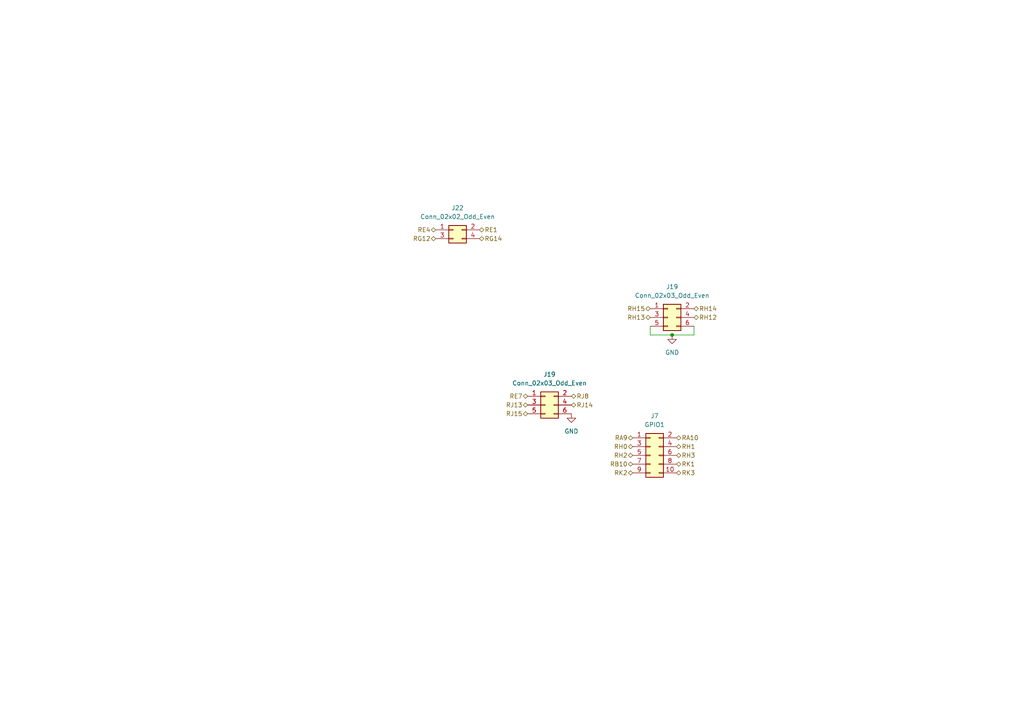
<source format=kicad_sch>
(kicad_sch (version 20230121) (generator eeschema)
  (paper "A4")
  (title_block (title "MCU Controller") (rev "0.2") (company "satomm@stanford.edu") (comment 1 "Department of Civil and Environmental Engineering") (comment 2 "Engineering Informatics Group") (comment 3 "Stanford University") (comment 4 "Matthew Sato"))
  (lib_symbols
    (symbol "Connector_Generic:Conn_02x02_Odd_Even" (pin_names (offset 1.016) hide)
      (property "Reference" "J" (at 1.27 2.54 0))
      (property "Value" "Conn_02x02_Odd_Even" (at 1.27 -5.08 0))
      (symbol "Conn_02x02_Odd_Even_1_1"
        (rectangle (start -1.27 -2.413) (end 0 -2.667) (stroke (width 0.1524)))
        (rectangle (start -1.27 0.127) (end 0 -0.127) (stroke (width 0.1524)))
        (rectangle (start -1.27 1.27) (end 3.81 -3.81) (stroke (width 0.254)) (fill (type background)))
        (rectangle (start 3.81 -2.413) (end 2.54 -2.667) (stroke (width 0.1524)))
        (rectangle (start 3.81 0.127) (end 2.54 -0.127) (stroke (width 0.1524)))
        (pin passive line (at -5.08 0 0) (length 3.81) (name "Pin_1") (number "1"))
        (pin passive line (at 7.62 0 180) (length 3.81) (name "Pin_2") (number "2"))
        (pin passive line (at -5.08 -2.54 0) (length 3.81) (name "Pin_3") (number "3"))
        (pin passive line (at 7.62 -2.54 180) (length 3.81) (name "Pin_4") (number "4"))
      )
    )
    (symbol "Connector_Generic:Conn_02x03_Odd_Even" (pin_names (offset 1.016) hide)
      (property "Reference" "J" (at 1.27 5.08 0))
      (property "Value" "Conn_02x03_Odd_Even" (at 1.27 -5.08 0))
      (symbol "Conn_02x03_Odd_Even_1_1"
        (rectangle (start -1.27 -2.413) (end 0 -2.667) (stroke (width 0.1524)))
        (rectangle (start -1.27 0.127) (end 0 -0.127) (stroke (width 0.1524)))
        (rectangle (start -1.27 2.667) (end 0 2.413) (stroke (width 0.1524)))
        (rectangle (start -1.27 3.81) (end 3.81 -3.81) (stroke (width 0.254)) (fill (type background)))
        (rectangle (start 3.81 -2.413) (end 2.54 -2.667) (stroke (width 0.1524)))
        (rectangle (start 3.81 0.127) (end 2.54 -0.127) (stroke (width 0.1524)))
        (rectangle (start 3.81 2.667) (end 2.54 2.413) (stroke (width 0.1524)))
        (pin passive line (at -5.08 2.54 0) (length 3.81) (name "Pin_1") (number "1"))
        (pin passive line (at 7.62 2.54 180) (length 3.81) (name "Pin_2") (number "2"))
        (pin passive line (at -5.08 0 0) (length 3.81) (name "Pin_3") (number "3"))
        (pin passive line (at 7.62 0 180) (length 3.81) (name "Pin_4") (number "4"))
        (pin passive line (at -5.08 -2.54 0) (length 3.81) (name "Pin_5") (number "5"))
        (pin passive line (at 7.62 -2.54 180) (length 3.81) (name "Pin_6") (number "6"))
      )
    )
    (symbol "Connector_Generic:Conn_02x05_Odd_Even" (pin_names (offset 1.016) hide)
      (property "Reference" "J" (at 1.27 7.62 0))
      (property "Value" "Conn_02x05_Odd_Even" (at 1.27 -7.62 0))
      (symbol "Conn_02x05_Odd_Even_1_1"
        (rectangle (start -1.27 -4.953) (end 0 -5.207) (stroke (width 0.1524)))
        (rectangle (start -1.27 -2.413) (end 0 -2.667) (stroke (width 0.1524)))
        (rectangle (start -1.27 0.127) (end 0 -0.127) (stroke (width 0.1524)))
        (rectangle (start -1.27 2.667) (end 0 2.413) (stroke (width 0.1524)))
        (rectangle (start -1.27 5.207) (end 0 4.953) (stroke (width 0.1524)))
        (rectangle (start -1.27 6.35) (end 3.81 -6.35) (stroke (width 0.254)) (fill (type background)))
        (rectangle (start 3.81 -4.953) (end 2.54 -5.207) (stroke (width 0.1524)))
        (rectangle (start 3.81 -2.413) (end 2.54 -2.667) (stroke (width 0.1524)))
        (rectangle (start 3.81 0.127) (end 2.54 -0.127) (stroke (width 0.1524)))
        (rectangle (start 3.81 2.667) (end 2.54 2.413) (stroke (width 0.1524)))
        (rectangle (start 3.81 5.207) (end 2.54 4.953) (stroke (width 0.1524)))
        (pin passive line (at -5.08 5.08 0) (length 3.81) (name "Pin_1") (number "1"))
        (pin passive line (at 7.62 -5.08 180) (length 3.81) (name "Pin_10") (number "10"))
        (pin passive line (at 7.62 5.08 180) (length 3.81) (name "Pin_2") (number "2"))
        (pin passive line (at -5.08 2.54 0) (length 3.81) (name "Pin_3") (number "3"))
        (pin passive line (at 7.62 2.54 180) (length 3.81) (name "Pin_4") (number "4"))
        (pin passive line (at -5.08 0 0) (length 3.81) (name "Pin_5") (number "5"))
        (pin passive line (at 7.62 0 180) (length 3.81) (name "Pin_6") (number "6"))
        (pin passive line (at -5.08 -2.54 0) (length 3.81) (name "Pin_7") (number "7"))
        (pin passive line (at 7.62 -2.54 180) (length 3.81) (name "Pin_8") (number "8"))
        (pin passive line (at -5.08 -5.08 0) (length 3.81) (name "Pin_9") (number "9"))
      )
    )
    (symbol "power:GND" (power) (pin_names (offset 0))
      (property "Value" "GND" (at 0 -3.81 0))
      (symbol "GND_0_1"
        (polyline (pts (xy 0 0) (xy 0 -1.27) (xy 1.27 -1.27) (xy 0 -2.54) (xy -1.27 -1.27) (xy 0 -1.27)))
      )
      (symbol "GND_1_1"
        (pin power_in line (at 0 0 270) (length 0) hide (name "GND") (number "1"))
      )
    )
  )
  (junction (at 194.945 97.155))
  (wire (pts (xy 188.595 94.615) (xy 188.595 97.155)))
  (wire (pts (xy 194.945 97.155) (xy 201.295 97.155)))
  (wire (pts (xy 188.595 97.155) (xy 194.945 97.155)))
  (wire (pts (xy 201.295 97.155) (xy 201.295 94.615)))
  (hierarchical_label "RJ15" (shape bidirectional) (at 153.035 120.015 180))
  (hierarchical_label "RK3" (shape bidirectional) (at 196.215 137.16 0))
  (hierarchical_label "RH14" (shape bidirectional) (at 201.295 89.535 0))
  (hierarchical_label "RH15" (shape bidirectional) (at 188.595 89.535 180))
  (hierarchical_label "RE7" (shape bidirectional) (at 153.035 114.935 180))
  (hierarchical_label "RH1" (shape bidirectional) (at 196.215 129.54 0))
  (hierarchical_label "RJ14" (shape bidirectional) (at 165.735 117.475 0))
  (hierarchical_label "RH2" (shape bidirectional) (at 183.515 132.08 180))
  (hierarchical_label "RK2" (shape bidirectional) (at 183.515 137.16 180))
  (hierarchical_label "RH13" (shape bidirectional) (at 188.595 92.075 180))
  (hierarchical_label "RA9" (shape bidirectional) (at 183.515 127 180))
  (hierarchical_label "RH12" (shape bidirectional) (at 201.295 92.075 0))
  (hierarchical_label "RK1" (shape bidirectional) (at 196.215 134.62 0))
  (hierarchical_label "RA10" (shape bidirectional) (at 196.215 127 0))
  (hierarchical_label "RH3" (shape bidirectional) (at 196.215 132.08 0))
  (hierarchical_label "RE4" (shape bidirectional) (at 126.365 66.675 180))
  (hierarchical_label "RG14" (shape bidirectional) (at 139.065 69.215 0))
  (hierarchical_label "RE1" (shape bidirectional) (at 139.065 66.675 0))
  (hierarchical_label "RB10" (shape bidirectional) (at 183.515 134.62 180))
  (hierarchical_label "RG12" (shape bidirectional) (at 126.365 69.215 180))
  (hierarchical_label "RJ8" (shape bidirectional) (at 165.735 114.935 0))
  (hierarchical_label "RH0" (shape bidirectional) (at 183.515 129.54 180))
  (hierarchical_label "RJ13" (shape bidirectional) (at 153.035 117.475 180))
  (symbol (lib_id "Connector_Generic:Conn_02x03_Odd_Even") (at 193.675 92.075 0) (unit 1)
    (property "Reference" "J19" (at 194.945 83.185 0))
    (property "Value" "Conn_02x03_Odd_Even" (at 194.945 85.725 0))
    (property "Footprint" "Connector_PinHeader_2.54mm:PinHeader_2x03_P2.54mm_Vertical" (effects hide))
    (property "Datasheet" "https://cdn.amphenol-cs.com/media/wysiwyg/files/drawing/10129381.pdf" (effects hide))
    (property "Description" "CONN HEADER VERT 6POS 2.54MM" (effects hide))
    (property "Mfr" "Amphenol ICC (FCI)" (effects hide))
    (property "Mfr P/N" "10129381-906002BLF" (effects hide))
    (property "Supplier 1" "DigiKey" (effects hide))
    (property "Supplier 1 P/N" "10129381-906002BLF-ND" (effects hide))
    (instances (project "MainBoard" (path "" (reference "J19") (unit 1)) (path "" (reference "J21") (unit 1))))
  )
  (symbol (lib_id "Connector_Generic:Conn_02x05_Odd_Even") (at 188.595 132.08 0) (unit 1)
    (property "Reference" "J7" (at 189.865 120.65 0))
    (property "Value" "GPIO1" (at 189.865 123.19 0))
    (property "Footprint" "Connector_PinHeader_2.54mm:PinHeader_2x05_P2.54mm_Vertical" (effects hide))
    (property "Datasheet" "https://cdn.amphenol-cs.com/media/wysiwyg/files/drawing/10129381.pdf" (effects hide))
    (property "Description" "CONN HEADER VERT 10POS 2.54MM" (effects hide))
    (property "Mfr" "Amphenol ICC (FCI)" (effects hide))
    (property "Mfr P/N" "10129381-910001BLF" (effects hide))
    (property "Supplier 1" "DigiKey" (effects hide))
    (property "Supplier 1 P/N" "10129381-910001BLF-ND" (effects hide))
  )
  (symbol (lib_id "power:GND") (at 165.735 120.015 0) (unit 1)
    (property "Reference" "#PWR032" (effects hide))
    (property "Value" "GND" (at 165.735 125.095 0))
    (instances (project "MainBoard" (path "" (reference "#PWR032") (unit 1)) (path "" (reference "#PWR0161") (unit 1)) (path "" (reference "#PWR078") (unit 1))))
  )
  (symbol (lib_id "Connector_Generic:Conn_02x02_Odd_Even") (at 131.445 66.675 0) (unit 1)
    (property "Reference" "J22" (at 132.715 60.325 0))
    (property "Value" "Conn_02x02_Odd_Even" (at 132.715 62.865 0))
    (property "Footprint" "Connector_PinHeader_2.54mm:PinHeader_2x02_P2.54mm_Vertical" (effects hide))
    (property "Datasheet" "https://cdn.amphenol-cs.com/media/wysiwyg/files/drawing/10129381.pdf" (effects hide))
    (property "Description" "CONN HEADER VERT 4POS 2.54MM" (effects hide))
    (property "Mfr" "Amphenol ICC (FCI)" (effects hide))
    (property "Mfr P/N" "10129381-904003BLF" (effects hide))
    (property "Supplier 1" "DigiKey" (effects hide))
    (property "Supplier 1 P/N" "10129381-904003BLF-ND" (effects hide))
    (instances (project "MainBoard" (path "" (reference "J22") (unit 1)) (path "" (reference "J25") (unit 1))))
  )
  (symbol (lib_id "power:GND") (at 194.945 97.155 0) (unit 1)
    (property "Reference" "#PWR032" (effects hide))
    (property "Value" "GND" (at 194.945 102.235 0))
    (instances (project "MainBoard" (path "" (reference "#PWR032") (unit 1)) (path "" (reference "#PWR0161") (unit 1)) (path "" (reference "#PWR0162") (unit 1))))
  )
  (symbol (lib_id "Connector_Generic:Conn_02x03_Odd_Even") (at 158.115 117.475 0) (unit 1)
    (property "Reference" "J19" (at 159.385 108.585 0))
    (property "Value" "Conn_02x03_Odd_Even" (at 159.385 111.125 0))
    (property "Footprint" "Connector_PinHeader_2.54mm:PinHeader_2x03_P2.54mm_Vertical" (effects hide))
    (property "Datasheet" "https://cdn.amphenol-cs.com/media/wysiwyg/files/drawing/10129381.pdf" (effects hide))
    (property "Description" "CONN HEADER VERT 6POS 2.54MM" (effects hide))
    (property "Mfr" "Amphenol ICC (FCI)" (effects hide))
    (property "Mfr P/N" "10129381-906002BLF" (effects hide))
    (property "Supplier 1" "DigiKey" (effects hide))
    (property "Supplier 1 P/N" "10129381-906002BLF-ND" (effects hide))
    (instances (project "MainBoard" (path "" (reference "J19") (unit 1)) (path "" (reference "J16") (unit 1))))
  )
)
</source>
